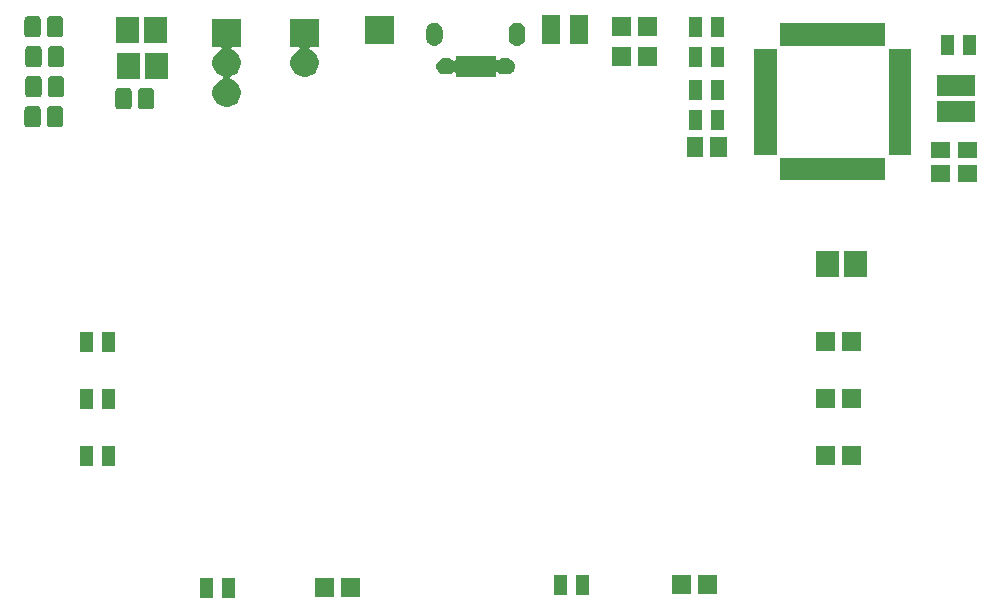
<source format=gbr>
G04 #@! TF.GenerationSoftware,KiCad,Pcbnew,(5.0.1-3-g963ef8bb5)*
G04 #@! TF.CreationDate,2018-11-23T08:59:46+00:00*
G04 #@! TF.ProjectId,invitation,696E7669746174696F6E2E6B69636164,rev?*
G04 #@! TF.SameCoordinates,Original*
G04 #@! TF.FileFunction,Soldermask,Bot*
G04 #@! TF.FilePolarity,Negative*
%FSLAX46Y46*%
G04 Gerber Fmt 4.6, Leading zero omitted, Abs format (unit mm)*
G04 Created by KiCad (PCBNEW (5.0.1-3-g963ef8bb5)) date Friday, 23 November 2018 at 08:59:46*
%MOMM*%
%LPD*%
G01*
G04 APERTURE LIST*
%ADD10C,0.100000*%
G04 APERTURE END LIST*
D10*
G36*
X141962000Y-122008000D02*
X140862000Y-122008000D01*
X140862000Y-120308000D01*
X141962000Y-120308000D01*
X141962000Y-122008000D01*
X141962000Y-122008000D01*
G37*
G36*
X140062000Y-122008000D02*
X138962000Y-122008000D01*
X138962000Y-120308000D01*
X140062000Y-120308000D01*
X140062000Y-122008000D01*
X140062000Y-122008000D01*
G37*
G36*
X152522000Y-121958000D02*
X150922000Y-121958000D01*
X150922000Y-120358000D01*
X152522000Y-120358000D01*
X152522000Y-121958000D01*
X152522000Y-121958000D01*
G37*
G36*
X150322000Y-121958000D02*
X148722000Y-121958000D01*
X148722000Y-120358000D01*
X150322000Y-120358000D01*
X150322000Y-121958000D01*
X150322000Y-121958000D01*
G37*
G36*
X171934000Y-121754000D02*
X170834000Y-121754000D01*
X170834000Y-120054000D01*
X171934000Y-120054000D01*
X171934000Y-121754000D01*
X171934000Y-121754000D01*
G37*
G36*
X170034000Y-121754000D02*
X168934000Y-121754000D01*
X168934000Y-120054000D01*
X170034000Y-120054000D01*
X170034000Y-121754000D01*
X170034000Y-121754000D01*
G37*
G36*
X182748000Y-121704000D02*
X181148000Y-121704000D01*
X181148000Y-120104000D01*
X182748000Y-120104000D01*
X182748000Y-121704000D01*
X182748000Y-121704000D01*
G37*
G36*
X180548000Y-121704000D02*
X178948000Y-121704000D01*
X178948000Y-120104000D01*
X180548000Y-120104000D01*
X180548000Y-121704000D01*
X180548000Y-121704000D01*
G37*
G36*
X131802000Y-110832000D02*
X130702000Y-110832000D01*
X130702000Y-109132000D01*
X131802000Y-109132000D01*
X131802000Y-110832000D01*
X131802000Y-110832000D01*
G37*
G36*
X129902000Y-110832000D02*
X128802000Y-110832000D01*
X128802000Y-109132000D01*
X129902000Y-109132000D01*
X129902000Y-110832000D01*
X129902000Y-110832000D01*
G37*
G36*
X194940000Y-110782000D02*
X193340000Y-110782000D01*
X193340000Y-109182000D01*
X194940000Y-109182000D01*
X194940000Y-110782000D01*
X194940000Y-110782000D01*
G37*
G36*
X192740000Y-110782000D02*
X191140000Y-110782000D01*
X191140000Y-109182000D01*
X192740000Y-109182000D01*
X192740000Y-110782000D01*
X192740000Y-110782000D01*
G37*
G36*
X131802000Y-106006000D02*
X130702000Y-106006000D01*
X130702000Y-104306000D01*
X131802000Y-104306000D01*
X131802000Y-106006000D01*
X131802000Y-106006000D01*
G37*
G36*
X129902000Y-106006000D02*
X128802000Y-106006000D01*
X128802000Y-104306000D01*
X129902000Y-104306000D01*
X129902000Y-106006000D01*
X129902000Y-106006000D01*
G37*
G36*
X192740000Y-105956000D02*
X191140000Y-105956000D01*
X191140000Y-104356000D01*
X192740000Y-104356000D01*
X192740000Y-105956000D01*
X192740000Y-105956000D01*
G37*
G36*
X194940000Y-105956000D02*
X193340000Y-105956000D01*
X193340000Y-104356000D01*
X194940000Y-104356000D01*
X194940000Y-105956000D01*
X194940000Y-105956000D01*
G37*
G36*
X131802000Y-101180000D02*
X130702000Y-101180000D01*
X130702000Y-99480000D01*
X131802000Y-99480000D01*
X131802000Y-101180000D01*
X131802000Y-101180000D01*
G37*
G36*
X129902000Y-101180000D02*
X128802000Y-101180000D01*
X128802000Y-99480000D01*
X129902000Y-99480000D01*
X129902000Y-101180000D01*
X129902000Y-101180000D01*
G37*
G36*
X194940000Y-101130000D02*
X193340000Y-101130000D01*
X193340000Y-99530000D01*
X194940000Y-99530000D01*
X194940000Y-101130000D01*
X194940000Y-101130000D01*
G37*
G36*
X192740000Y-101130000D02*
X191140000Y-101130000D01*
X191140000Y-99530000D01*
X192740000Y-99530000D01*
X192740000Y-101130000D01*
X192740000Y-101130000D01*
G37*
G36*
X195444000Y-94826000D02*
X193494000Y-94826000D01*
X193494000Y-92626000D01*
X195444000Y-92626000D01*
X195444000Y-94826000D01*
X195444000Y-94826000D01*
G37*
G36*
X193094000Y-94826000D02*
X191144000Y-94826000D01*
X191144000Y-92626000D01*
X193094000Y-92626000D01*
X193094000Y-94826000D01*
X193094000Y-94826000D01*
G37*
G36*
X202501000Y-86790000D02*
X200851000Y-86790000D01*
X200851000Y-85390000D01*
X202501000Y-85390000D01*
X202501000Y-86790000D01*
X202501000Y-86790000D01*
G37*
G36*
X204787000Y-86790000D02*
X203137000Y-86790000D01*
X203137000Y-85390000D01*
X204787000Y-85390000D01*
X204787000Y-86790000D01*
X204787000Y-86790000D01*
G37*
G36*
X197007000Y-86660000D02*
X188057000Y-86660000D01*
X188057000Y-84760000D01*
X197007000Y-84760000D01*
X197007000Y-86660000D01*
X197007000Y-86660000D01*
G37*
G36*
X204787000Y-84790000D02*
X203137000Y-84790000D01*
X203137000Y-83390000D01*
X204787000Y-83390000D01*
X204787000Y-84790000D01*
X204787000Y-84790000D01*
G37*
G36*
X202501000Y-84790000D02*
X200851000Y-84790000D01*
X200851000Y-83390000D01*
X202501000Y-83390000D01*
X202501000Y-84790000D01*
X202501000Y-84790000D01*
G37*
G36*
X183564000Y-84645000D02*
X182164000Y-84645000D01*
X182164000Y-82995000D01*
X183564000Y-82995000D01*
X183564000Y-84645000D01*
X183564000Y-84645000D01*
G37*
G36*
X181564000Y-84645000D02*
X180164000Y-84645000D01*
X180164000Y-82995000D01*
X181564000Y-82995000D01*
X181564000Y-84645000D01*
X181564000Y-84645000D01*
G37*
G36*
X187782000Y-84485000D02*
X185882000Y-84485000D01*
X185882000Y-75535000D01*
X187782000Y-75535000D01*
X187782000Y-84485000D01*
X187782000Y-84485000D01*
G37*
G36*
X199182000Y-84485000D02*
X197282000Y-84485000D01*
X197282000Y-75535000D01*
X199182000Y-75535000D01*
X199182000Y-84485000D01*
X199182000Y-84485000D01*
G37*
G36*
X181464000Y-82384000D02*
X180364000Y-82384000D01*
X180364000Y-80684000D01*
X181464000Y-80684000D01*
X181464000Y-82384000D01*
X181464000Y-82384000D01*
G37*
G36*
X183364000Y-82384000D02*
X182264000Y-82384000D01*
X182264000Y-80684000D01*
X183364000Y-80684000D01*
X183364000Y-82384000D01*
X183364000Y-82384000D01*
G37*
G36*
X125253497Y-80385997D02*
X125306153Y-80401970D01*
X125354665Y-80427900D01*
X125397196Y-80462804D01*
X125432100Y-80505335D01*
X125458030Y-80553847D01*
X125474003Y-80606503D01*
X125480000Y-80667390D01*
X125480000Y-81892610D01*
X125474003Y-81953497D01*
X125458030Y-82006153D01*
X125432100Y-82054665D01*
X125397196Y-82097196D01*
X125354665Y-82132100D01*
X125306153Y-82158030D01*
X125253497Y-82174003D01*
X125192610Y-82180000D01*
X124392390Y-82180000D01*
X124331503Y-82174003D01*
X124278847Y-82158030D01*
X124230335Y-82132100D01*
X124187804Y-82097196D01*
X124152900Y-82054665D01*
X124126970Y-82006153D01*
X124110997Y-81953497D01*
X124105000Y-81892610D01*
X124105000Y-80667390D01*
X124110997Y-80606503D01*
X124126970Y-80553847D01*
X124152900Y-80505335D01*
X124187804Y-80462804D01*
X124230335Y-80427900D01*
X124278847Y-80401970D01*
X124331503Y-80385997D01*
X124392390Y-80380000D01*
X125192610Y-80380000D01*
X125253497Y-80385997D01*
X125253497Y-80385997D01*
G37*
G36*
X127128497Y-80385997D02*
X127181153Y-80401970D01*
X127229665Y-80427900D01*
X127272196Y-80462804D01*
X127307100Y-80505335D01*
X127333030Y-80553847D01*
X127349003Y-80606503D01*
X127355000Y-80667390D01*
X127355000Y-81892610D01*
X127349003Y-81953497D01*
X127333030Y-82006153D01*
X127307100Y-82054665D01*
X127272196Y-82097196D01*
X127229665Y-82132100D01*
X127181153Y-82158030D01*
X127128497Y-82174003D01*
X127067610Y-82180000D01*
X126267390Y-82180000D01*
X126206503Y-82174003D01*
X126153847Y-82158030D01*
X126105335Y-82132100D01*
X126062804Y-82097196D01*
X126027900Y-82054665D01*
X126001970Y-82006153D01*
X125985997Y-81953497D01*
X125980000Y-81892610D01*
X125980000Y-80667390D01*
X125985997Y-80606503D01*
X126001970Y-80553847D01*
X126027900Y-80505335D01*
X126062804Y-80462804D01*
X126105335Y-80427900D01*
X126153847Y-80401970D01*
X126206503Y-80385997D01*
X126267390Y-80380000D01*
X127067610Y-80380000D01*
X127128497Y-80385997D01*
X127128497Y-80385997D01*
G37*
G36*
X204546000Y-81756000D02*
X201346000Y-81756000D01*
X201346000Y-79956000D01*
X204546000Y-79956000D01*
X204546000Y-81756000D01*
X204546000Y-81756000D01*
G37*
G36*
X132951997Y-78861997D02*
X133004653Y-78877970D01*
X133053165Y-78903900D01*
X133095696Y-78938804D01*
X133130600Y-78981335D01*
X133156530Y-79029847D01*
X133172503Y-79082503D01*
X133178500Y-79143390D01*
X133178500Y-80368610D01*
X133172503Y-80429497D01*
X133156530Y-80482153D01*
X133130600Y-80530665D01*
X133095696Y-80573196D01*
X133053165Y-80608100D01*
X133004653Y-80634030D01*
X132951997Y-80650003D01*
X132891110Y-80656000D01*
X132090890Y-80656000D01*
X132030003Y-80650003D01*
X131977347Y-80634030D01*
X131928835Y-80608100D01*
X131886304Y-80573196D01*
X131851400Y-80530665D01*
X131825470Y-80482153D01*
X131809497Y-80429497D01*
X131803500Y-80368610D01*
X131803500Y-79143390D01*
X131809497Y-79082503D01*
X131825470Y-79029847D01*
X131851400Y-78981335D01*
X131886304Y-78938804D01*
X131928835Y-78903900D01*
X131977347Y-78877970D01*
X132030003Y-78861997D01*
X132090890Y-78856000D01*
X132891110Y-78856000D01*
X132951997Y-78861997D01*
X132951997Y-78861997D01*
G37*
G36*
X134826997Y-78861997D02*
X134879653Y-78877970D01*
X134928165Y-78903900D01*
X134970696Y-78938804D01*
X135005600Y-78981335D01*
X135031530Y-79029847D01*
X135047503Y-79082503D01*
X135053500Y-79143390D01*
X135053500Y-80368610D01*
X135047503Y-80429497D01*
X135031530Y-80482153D01*
X135005600Y-80530665D01*
X134970696Y-80573196D01*
X134928165Y-80608100D01*
X134879653Y-80634030D01*
X134826997Y-80650003D01*
X134766110Y-80656000D01*
X133965890Y-80656000D01*
X133905003Y-80650003D01*
X133852347Y-80634030D01*
X133803835Y-80608100D01*
X133761304Y-80573196D01*
X133726400Y-80530665D01*
X133700470Y-80482153D01*
X133684497Y-80429497D01*
X133678500Y-80368610D01*
X133678500Y-79143390D01*
X133684497Y-79082503D01*
X133700470Y-79029847D01*
X133726400Y-78981335D01*
X133761304Y-78938804D01*
X133803835Y-78903900D01*
X133852347Y-78877970D01*
X133905003Y-78861997D01*
X133965890Y-78856000D01*
X134766110Y-78856000D01*
X134826997Y-78861997D01*
X134826997Y-78861997D01*
G37*
G36*
X142424000Y-75368000D02*
X141753123Y-75368000D01*
X141728737Y-75370402D01*
X141705288Y-75377515D01*
X141683677Y-75389066D01*
X141664735Y-75404612D01*
X141649189Y-75423554D01*
X141637638Y-75445165D01*
X141630525Y-75468614D01*
X141628123Y-75493000D01*
X141630525Y-75517386D01*
X141637638Y-75540835D01*
X141649189Y-75562446D01*
X141664735Y-75581388D01*
X141683677Y-75596934D01*
X141705288Y-75608485D01*
X141792412Y-75644573D01*
X141988958Y-75775901D01*
X142156099Y-75943042D01*
X142287427Y-76139588D01*
X142377885Y-76357974D01*
X142424000Y-76589809D01*
X142424000Y-76826191D01*
X142377885Y-77058026D01*
X142287427Y-77276412D01*
X142156099Y-77472958D01*
X141988958Y-77640099D01*
X141792412Y-77771427D01*
X141572505Y-77862515D01*
X141550894Y-77874066D01*
X141531952Y-77889611D01*
X141516406Y-77908554D01*
X141504855Y-77930164D01*
X141497742Y-77953613D01*
X141495340Y-77978000D01*
X141497742Y-78002386D01*
X141504855Y-78025835D01*
X141516406Y-78047446D01*
X141531951Y-78066388D01*
X141550894Y-78081934D01*
X141572505Y-78093485D01*
X141792412Y-78184573D01*
X141988958Y-78315901D01*
X142156099Y-78483042D01*
X142287427Y-78679588D01*
X142377885Y-78897974D01*
X142424000Y-79129809D01*
X142424000Y-79366191D01*
X142377885Y-79598026D01*
X142287427Y-79816412D01*
X142156099Y-80012958D01*
X141988958Y-80180099D01*
X141792412Y-80311427D01*
X141574026Y-80401885D01*
X141342191Y-80448000D01*
X141105809Y-80448000D01*
X140873974Y-80401885D01*
X140655588Y-80311427D01*
X140459042Y-80180099D01*
X140291901Y-80012958D01*
X140160573Y-79816412D01*
X140070115Y-79598026D01*
X140024000Y-79366191D01*
X140024000Y-79129809D01*
X140070115Y-78897974D01*
X140160573Y-78679588D01*
X140291901Y-78483042D01*
X140459042Y-78315901D01*
X140655588Y-78184573D01*
X140875495Y-78093485D01*
X140897106Y-78081934D01*
X140916048Y-78066389D01*
X140931594Y-78047446D01*
X140943145Y-78025836D01*
X140950258Y-78002387D01*
X140952660Y-77978000D01*
X140950258Y-77953614D01*
X140943145Y-77930165D01*
X140931594Y-77908554D01*
X140916049Y-77889612D01*
X140897106Y-77874066D01*
X140875495Y-77862515D01*
X140655588Y-77771427D01*
X140459042Y-77640099D01*
X140291901Y-77472958D01*
X140160573Y-77276412D01*
X140070115Y-77058026D01*
X140024000Y-76826191D01*
X140024000Y-76589809D01*
X140070115Y-76357974D01*
X140160573Y-76139588D01*
X140291901Y-75943042D01*
X140459042Y-75775901D01*
X140655588Y-75644573D01*
X140742712Y-75608485D01*
X140764323Y-75596934D01*
X140783265Y-75581388D01*
X140798811Y-75562446D01*
X140810362Y-75540835D01*
X140817475Y-75517386D01*
X140819877Y-75493000D01*
X140817475Y-75468614D01*
X140810362Y-75445165D01*
X140798811Y-75423554D01*
X140783265Y-75404612D01*
X140764323Y-75389066D01*
X140742712Y-75377515D01*
X140719263Y-75370402D01*
X140694877Y-75368000D01*
X140024000Y-75368000D01*
X140024000Y-72968000D01*
X142424000Y-72968000D01*
X142424000Y-75368000D01*
X142424000Y-75368000D01*
G37*
G36*
X181464000Y-79844000D02*
X180364000Y-79844000D01*
X180364000Y-78144000D01*
X181464000Y-78144000D01*
X181464000Y-79844000D01*
X181464000Y-79844000D01*
G37*
G36*
X183364000Y-79844000D02*
X182264000Y-79844000D01*
X182264000Y-78144000D01*
X183364000Y-78144000D01*
X183364000Y-79844000D01*
X183364000Y-79844000D01*
G37*
G36*
X127206997Y-77845997D02*
X127259653Y-77861970D01*
X127308165Y-77887900D01*
X127350696Y-77922804D01*
X127385600Y-77965335D01*
X127411530Y-78013847D01*
X127427503Y-78066503D01*
X127433500Y-78127390D01*
X127433500Y-79352610D01*
X127427503Y-79413497D01*
X127411530Y-79466153D01*
X127385600Y-79514665D01*
X127350696Y-79557196D01*
X127308165Y-79592100D01*
X127259653Y-79618030D01*
X127206997Y-79634003D01*
X127146110Y-79640000D01*
X126345890Y-79640000D01*
X126285003Y-79634003D01*
X126232347Y-79618030D01*
X126183835Y-79592100D01*
X126141304Y-79557196D01*
X126106400Y-79514665D01*
X126080470Y-79466153D01*
X126064497Y-79413497D01*
X126058500Y-79352610D01*
X126058500Y-78127390D01*
X126064497Y-78066503D01*
X126080470Y-78013847D01*
X126106400Y-77965335D01*
X126141304Y-77922804D01*
X126183835Y-77887900D01*
X126232347Y-77861970D01*
X126285003Y-77845997D01*
X126345890Y-77840000D01*
X127146110Y-77840000D01*
X127206997Y-77845997D01*
X127206997Y-77845997D01*
G37*
G36*
X125331997Y-77845997D02*
X125384653Y-77861970D01*
X125433165Y-77887900D01*
X125475696Y-77922804D01*
X125510600Y-77965335D01*
X125536530Y-78013847D01*
X125552503Y-78066503D01*
X125558500Y-78127390D01*
X125558500Y-79352610D01*
X125552503Y-79413497D01*
X125536530Y-79466153D01*
X125510600Y-79514665D01*
X125475696Y-79557196D01*
X125433165Y-79592100D01*
X125384653Y-79618030D01*
X125331997Y-79634003D01*
X125271110Y-79640000D01*
X124470890Y-79640000D01*
X124410003Y-79634003D01*
X124357347Y-79618030D01*
X124308835Y-79592100D01*
X124266304Y-79557196D01*
X124231400Y-79514665D01*
X124205470Y-79466153D01*
X124189497Y-79413497D01*
X124183500Y-79352610D01*
X124183500Y-78127390D01*
X124189497Y-78066503D01*
X124205470Y-78013847D01*
X124231400Y-77965335D01*
X124266304Y-77922804D01*
X124308835Y-77887900D01*
X124357347Y-77861970D01*
X124410003Y-77845997D01*
X124470890Y-77840000D01*
X125271110Y-77840000D01*
X125331997Y-77845997D01*
X125331997Y-77845997D01*
G37*
G36*
X204546000Y-79556000D02*
X201346000Y-79556000D01*
X201346000Y-77756000D01*
X204546000Y-77756000D01*
X204546000Y-79556000D01*
X204546000Y-79556000D01*
G37*
G36*
X136262000Y-78062000D02*
X134312000Y-78062000D01*
X134312000Y-75862000D01*
X136262000Y-75862000D01*
X136262000Y-78062000D01*
X136262000Y-78062000D01*
G37*
G36*
X133912000Y-78062000D02*
X131962000Y-78062000D01*
X131962000Y-75862000D01*
X133912000Y-75862000D01*
X133912000Y-78062000D01*
X133912000Y-78062000D01*
G37*
G36*
X149028000Y-75368000D02*
X148357123Y-75368000D01*
X148332737Y-75370402D01*
X148309288Y-75377515D01*
X148287677Y-75389066D01*
X148268735Y-75404612D01*
X148253189Y-75423554D01*
X148241638Y-75445165D01*
X148234525Y-75468614D01*
X148232123Y-75493000D01*
X148234525Y-75517386D01*
X148241638Y-75540835D01*
X148253189Y-75562446D01*
X148268735Y-75581388D01*
X148287677Y-75596934D01*
X148309288Y-75608485D01*
X148396412Y-75644573D01*
X148592958Y-75775901D01*
X148760099Y-75943042D01*
X148891427Y-76139588D01*
X148981885Y-76357974D01*
X149028000Y-76589809D01*
X149028000Y-76826191D01*
X148981885Y-77058026D01*
X148891427Y-77276412D01*
X148760099Y-77472958D01*
X148592958Y-77640099D01*
X148396412Y-77771427D01*
X148178026Y-77861885D01*
X147946191Y-77908000D01*
X147709809Y-77908000D01*
X147477974Y-77861885D01*
X147259588Y-77771427D01*
X147063042Y-77640099D01*
X146895901Y-77472958D01*
X146764573Y-77276412D01*
X146674115Y-77058026D01*
X146628000Y-76826191D01*
X146628000Y-76589809D01*
X146674115Y-76357974D01*
X146764573Y-76139588D01*
X146895901Y-75943042D01*
X147063042Y-75775901D01*
X147259588Y-75644573D01*
X147346712Y-75608485D01*
X147368323Y-75596934D01*
X147387265Y-75581388D01*
X147402811Y-75562446D01*
X147414362Y-75540835D01*
X147421475Y-75517386D01*
X147423877Y-75493000D01*
X147421475Y-75468614D01*
X147414362Y-75445165D01*
X147402811Y-75423554D01*
X147387265Y-75404612D01*
X147368323Y-75389066D01*
X147346712Y-75377515D01*
X147323263Y-75370402D01*
X147298877Y-75368000D01*
X146628000Y-75368000D01*
X146628000Y-72968000D01*
X149028000Y-72968000D01*
X149028000Y-75368000D01*
X149028000Y-75368000D01*
G37*
G36*
X164005100Y-76396483D02*
X164007502Y-76420869D01*
X164014615Y-76444318D01*
X164026166Y-76465929D01*
X164041712Y-76484871D01*
X164060654Y-76500417D01*
X164082265Y-76511968D01*
X164105714Y-76519081D01*
X164130100Y-76521483D01*
X164154486Y-76519081D01*
X164177935Y-76511968D01*
X164209397Y-76493110D01*
X164278276Y-76436582D01*
X164395539Y-76373904D01*
X164522777Y-76335307D01*
X164621941Y-76325540D01*
X164988259Y-76325540D01*
X165087423Y-76335307D01*
X165214661Y-76373904D01*
X165331924Y-76436582D01*
X165434706Y-76520934D01*
X165519058Y-76623716D01*
X165581736Y-76740979D01*
X165620333Y-76868217D01*
X165633366Y-77000540D01*
X165620333Y-77132863D01*
X165581736Y-77260101D01*
X165519058Y-77377364D01*
X165434706Y-77480146D01*
X165331924Y-77564498D01*
X165214661Y-77627176D01*
X165087423Y-77665773D01*
X164988259Y-77675540D01*
X164621941Y-77675540D01*
X164522777Y-77665773D01*
X164395539Y-77627176D01*
X164278276Y-77564498D01*
X164209396Y-77507969D01*
X164189024Y-77494357D01*
X164166385Y-77484979D01*
X164142352Y-77480199D01*
X164117848Y-77480199D01*
X164093814Y-77484980D01*
X164071175Y-77494357D01*
X164050801Y-77507971D01*
X164033474Y-77525298D01*
X164019860Y-77545673D01*
X164010482Y-77568312D01*
X164005100Y-77604597D01*
X164005100Y-77875540D01*
X160605100Y-77875540D01*
X160605100Y-77604597D01*
X160602698Y-77580211D01*
X160595585Y-77556762D01*
X160584034Y-77535151D01*
X160568488Y-77516209D01*
X160549546Y-77500663D01*
X160527935Y-77489112D01*
X160504486Y-77481999D01*
X160480100Y-77479597D01*
X160455714Y-77481999D01*
X160432265Y-77489112D01*
X160400803Y-77507970D01*
X160331924Y-77564498D01*
X160214661Y-77627176D01*
X160087423Y-77665773D01*
X159988259Y-77675540D01*
X159621941Y-77675540D01*
X159522777Y-77665773D01*
X159395539Y-77627176D01*
X159278276Y-77564498D01*
X159175494Y-77480146D01*
X159091142Y-77377364D01*
X159028464Y-77260101D01*
X158989867Y-77132863D01*
X158976834Y-77000540D01*
X158989867Y-76868217D01*
X159028464Y-76740979D01*
X159091142Y-76623716D01*
X159175494Y-76520934D01*
X159278276Y-76436582D01*
X159395539Y-76373904D01*
X159522777Y-76335307D01*
X159621941Y-76325540D01*
X159988259Y-76325540D01*
X160087423Y-76335307D01*
X160214661Y-76373904D01*
X160331924Y-76436582D01*
X160400804Y-76493111D01*
X160421176Y-76506723D01*
X160443815Y-76516101D01*
X160467848Y-76520881D01*
X160492352Y-76520881D01*
X160516386Y-76516100D01*
X160539025Y-76506723D01*
X160559399Y-76493109D01*
X160576726Y-76475782D01*
X160590340Y-76455407D01*
X160599718Y-76432768D01*
X160605100Y-76396483D01*
X160605100Y-76125540D01*
X164005100Y-76125540D01*
X164005100Y-76396483D01*
X164005100Y-76396483D01*
G37*
G36*
X125331997Y-75305997D02*
X125384653Y-75321970D01*
X125433165Y-75347900D01*
X125475696Y-75382804D01*
X125510600Y-75425335D01*
X125536530Y-75473847D01*
X125552503Y-75526503D01*
X125558500Y-75587390D01*
X125558500Y-76812610D01*
X125552503Y-76873497D01*
X125536530Y-76926153D01*
X125510600Y-76974665D01*
X125475696Y-77017196D01*
X125433165Y-77052100D01*
X125384653Y-77078030D01*
X125331997Y-77094003D01*
X125271110Y-77100000D01*
X124470890Y-77100000D01*
X124410003Y-77094003D01*
X124357347Y-77078030D01*
X124308835Y-77052100D01*
X124266304Y-77017196D01*
X124231400Y-76974665D01*
X124205470Y-76926153D01*
X124189497Y-76873497D01*
X124183500Y-76812610D01*
X124183500Y-75587390D01*
X124189497Y-75526503D01*
X124205470Y-75473847D01*
X124231400Y-75425335D01*
X124266304Y-75382804D01*
X124308835Y-75347900D01*
X124357347Y-75321970D01*
X124410003Y-75305997D01*
X124470890Y-75300000D01*
X125271110Y-75300000D01*
X125331997Y-75305997D01*
X125331997Y-75305997D01*
G37*
G36*
X127206997Y-75305997D02*
X127259653Y-75321970D01*
X127308165Y-75347900D01*
X127350696Y-75382804D01*
X127385600Y-75425335D01*
X127411530Y-75473847D01*
X127427503Y-75526503D01*
X127433500Y-75587390D01*
X127433500Y-76812610D01*
X127427503Y-76873497D01*
X127411530Y-76926153D01*
X127385600Y-76974665D01*
X127350696Y-77017196D01*
X127308165Y-77052100D01*
X127259653Y-77078030D01*
X127206997Y-77094003D01*
X127146110Y-77100000D01*
X126345890Y-77100000D01*
X126285003Y-77094003D01*
X126232347Y-77078030D01*
X126183835Y-77052100D01*
X126141304Y-77017196D01*
X126106400Y-76974665D01*
X126080470Y-76926153D01*
X126064497Y-76873497D01*
X126058500Y-76812610D01*
X126058500Y-75587390D01*
X126064497Y-75526503D01*
X126080470Y-75473847D01*
X126106400Y-75425335D01*
X126141304Y-75382804D01*
X126183835Y-75347900D01*
X126232347Y-75321970D01*
X126285003Y-75305997D01*
X126345890Y-75300000D01*
X127146110Y-75300000D01*
X127206997Y-75305997D01*
X127206997Y-75305997D01*
G37*
G36*
X181464000Y-77050000D02*
X180364000Y-77050000D01*
X180364000Y-75350000D01*
X181464000Y-75350000D01*
X181464000Y-77050000D01*
X181464000Y-77050000D01*
G37*
G36*
X183364000Y-77050000D02*
X182264000Y-77050000D01*
X182264000Y-75350000D01*
X183364000Y-75350000D01*
X183364000Y-77050000D01*
X183364000Y-77050000D01*
G37*
G36*
X177668000Y-77000000D02*
X176068000Y-77000000D01*
X176068000Y-75400000D01*
X177668000Y-75400000D01*
X177668000Y-77000000D01*
X177668000Y-77000000D01*
G37*
G36*
X175468000Y-77000000D02*
X173868000Y-77000000D01*
X173868000Y-75400000D01*
X175468000Y-75400000D01*
X175468000Y-77000000D01*
X175468000Y-77000000D01*
G37*
G36*
X202800000Y-76034000D02*
X201700000Y-76034000D01*
X201700000Y-74334000D01*
X202800000Y-74334000D01*
X202800000Y-76034000D01*
X202800000Y-76034000D01*
G37*
G36*
X204700000Y-76034000D02*
X203600000Y-76034000D01*
X203600000Y-74334000D01*
X204700000Y-74334000D01*
X204700000Y-76034000D01*
X204700000Y-76034000D01*
G37*
G36*
X158942324Y-73335668D02*
X159074275Y-73375695D01*
X159195881Y-73440695D01*
X159302470Y-73528170D01*
X159389945Y-73634759D01*
X159454945Y-73756365D01*
X159494972Y-73888316D01*
X159505100Y-73991150D01*
X159505100Y-74609930D01*
X159494972Y-74712764D01*
X159454945Y-74844715D01*
X159389945Y-74966321D01*
X159302469Y-75072910D01*
X159195880Y-75160385D01*
X159074274Y-75225385D01*
X158942323Y-75265412D01*
X158805100Y-75278927D01*
X158667876Y-75265412D01*
X158535925Y-75225385D01*
X158414319Y-75160385D01*
X158307730Y-75072909D01*
X158220255Y-74966320D01*
X158155255Y-74844714D01*
X158115228Y-74712763D01*
X158105100Y-74609929D01*
X158105100Y-73991150D01*
X158115228Y-73888316D01*
X158155255Y-73756365D01*
X158220255Y-73634759D01*
X158307731Y-73528170D01*
X158414320Y-73440695D01*
X158535926Y-73375695D01*
X158667877Y-73335668D01*
X158805100Y-73322153D01*
X158942324Y-73335668D01*
X158942324Y-73335668D01*
G37*
G36*
X165942324Y-73335668D02*
X166074275Y-73375695D01*
X166195881Y-73440695D01*
X166302470Y-73528170D01*
X166389945Y-73634759D01*
X166454945Y-73756365D01*
X166494972Y-73888316D01*
X166505100Y-73991150D01*
X166505100Y-74609930D01*
X166494972Y-74712764D01*
X166454945Y-74844715D01*
X166389945Y-74966321D01*
X166302469Y-75072910D01*
X166195880Y-75160385D01*
X166074274Y-75225385D01*
X165942323Y-75265412D01*
X165805100Y-75278927D01*
X165667876Y-75265412D01*
X165535925Y-75225385D01*
X165414319Y-75160385D01*
X165307730Y-75072909D01*
X165220255Y-74966320D01*
X165155255Y-74844714D01*
X165115228Y-74712763D01*
X165105100Y-74609929D01*
X165105100Y-73991150D01*
X165115228Y-73888316D01*
X165155255Y-73756365D01*
X165220255Y-73634759D01*
X165307731Y-73528170D01*
X165414320Y-73440695D01*
X165535926Y-73375695D01*
X165667877Y-73335668D01*
X165805100Y-73322153D01*
X165942324Y-73335668D01*
X165942324Y-73335668D01*
G37*
G36*
X197007000Y-75260000D02*
X188057000Y-75260000D01*
X188057000Y-73360000D01*
X197007000Y-73360000D01*
X197007000Y-75260000D01*
X197007000Y-75260000D01*
G37*
G36*
X169426000Y-75129000D02*
X167886000Y-75129000D01*
X167886000Y-72699000D01*
X169426000Y-72699000D01*
X169426000Y-75129000D01*
X169426000Y-75129000D01*
G37*
G36*
X171826000Y-75129000D02*
X170286000Y-75129000D01*
X170286000Y-72699000D01*
X171826000Y-72699000D01*
X171826000Y-75129000D01*
X171826000Y-75129000D01*
G37*
G36*
X155378000Y-75114000D02*
X152978000Y-75114000D01*
X152978000Y-72714000D01*
X155378000Y-72714000D01*
X155378000Y-75114000D01*
X155378000Y-75114000D01*
G37*
G36*
X136167000Y-75014000D02*
X134217000Y-75014000D01*
X134217000Y-72814000D01*
X136167000Y-72814000D01*
X136167000Y-75014000D01*
X136167000Y-75014000D01*
G37*
G36*
X133817000Y-75014000D02*
X131867000Y-75014000D01*
X131867000Y-72814000D01*
X133817000Y-72814000D01*
X133817000Y-75014000D01*
X133817000Y-75014000D01*
G37*
G36*
X127128497Y-72765997D02*
X127181153Y-72781970D01*
X127229665Y-72807900D01*
X127272196Y-72842804D01*
X127307100Y-72885335D01*
X127333030Y-72933847D01*
X127349003Y-72986503D01*
X127355000Y-73047390D01*
X127355000Y-74272610D01*
X127349003Y-74333497D01*
X127333030Y-74386153D01*
X127307100Y-74434665D01*
X127272196Y-74477196D01*
X127229665Y-74512100D01*
X127181153Y-74538030D01*
X127128497Y-74554003D01*
X127067610Y-74560000D01*
X126267390Y-74560000D01*
X126206503Y-74554003D01*
X126153847Y-74538030D01*
X126105335Y-74512100D01*
X126062804Y-74477196D01*
X126027900Y-74434665D01*
X126001970Y-74386153D01*
X125985997Y-74333497D01*
X125980000Y-74272610D01*
X125980000Y-73047390D01*
X125985997Y-72986503D01*
X126001970Y-72933847D01*
X126027900Y-72885335D01*
X126062804Y-72842804D01*
X126105335Y-72807900D01*
X126153847Y-72781970D01*
X126206503Y-72765997D01*
X126267390Y-72760000D01*
X127067610Y-72760000D01*
X127128497Y-72765997D01*
X127128497Y-72765997D01*
G37*
G36*
X125253497Y-72765997D02*
X125306153Y-72781970D01*
X125354665Y-72807900D01*
X125397196Y-72842804D01*
X125432100Y-72885335D01*
X125458030Y-72933847D01*
X125474003Y-72986503D01*
X125480000Y-73047390D01*
X125480000Y-74272610D01*
X125474003Y-74333497D01*
X125458030Y-74386153D01*
X125432100Y-74434665D01*
X125397196Y-74477196D01*
X125354665Y-74512100D01*
X125306153Y-74538030D01*
X125253497Y-74554003D01*
X125192610Y-74560000D01*
X124392390Y-74560000D01*
X124331503Y-74554003D01*
X124278847Y-74538030D01*
X124230335Y-74512100D01*
X124187804Y-74477196D01*
X124152900Y-74434665D01*
X124126970Y-74386153D01*
X124110997Y-74333497D01*
X124105000Y-74272610D01*
X124105000Y-73047390D01*
X124110997Y-72986503D01*
X124126970Y-72933847D01*
X124152900Y-72885335D01*
X124187804Y-72842804D01*
X124230335Y-72807900D01*
X124278847Y-72781970D01*
X124331503Y-72765997D01*
X124392390Y-72760000D01*
X125192610Y-72760000D01*
X125253497Y-72765997D01*
X125253497Y-72765997D01*
G37*
G36*
X183364000Y-74510000D02*
X182264000Y-74510000D01*
X182264000Y-72810000D01*
X183364000Y-72810000D01*
X183364000Y-74510000D01*
X183364000Y-74510000D01*
G37*
G36*
X181464000Y-74510000D02*
X180364000Y-74510000D01*
X180364000Y-72810000D01*
X181464000Y-72810000D01*
X181464000Y-74510000D01*
X181464000Y-74510000D01*
G37*
G36*
X177668000Y-74460000D02*
X176068000Y-74460000D01*
X176068000Y-72860000D01*
X177668000Y-72860000D01*
X177668000Y-74460000D01*
X177668000Y-74460000D01*
G37*
G36*
X175468000Y-74460000D02*
X173868000Y-74460000D01*
X173868000Y-72860000D01*
X175468000Y-72860000D01*
X175468000Y-74460000D01*
X175468000Y-74460000D01*
G37*
M02*

</source>
